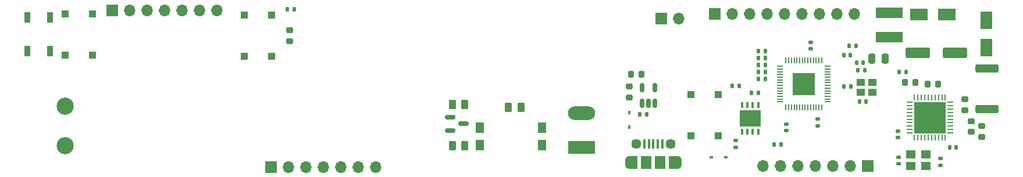
<source format=gbr>
%TF.GenerationSoftware,KiCad,Pcbnew,(6.0.8-1)-1*%
%TF.CreationDate,2022-11-21T09:11:56+01:00*%
%TF.ProjectId,KNXCurrent,4b4e5843-7572-4726-956e-742e6b696361,rev?*%
%TF.SameCoordinates,Original*%
%TF.FileFunction,Soldermask,Top*%
%TF.FilePolarity,Negative*%
%FSLAX46Y46*%
G04 Gerber Fmt 4.6, Leading zero omitted, Abs format (unit mm)*
G04 Created by KiCad (PCBNEW (6.0.8-1)-1) date 2022-11-21 09:11:56*
%MOMM*%
%LPD*%
G01*
G04 APERTURE LIST*
G04 Aperture macros list*
%AMRoundRect*
0 Rectangle with rounded corners*
0 $1 Rounding radius*
0 $2 $3 $4 $5 $6 $7 $8 $9 X,Y pos of 4 corners*
0 Add a 4 corners polygon primitive as box body*
4,1,4,$2,$3,$4,$5,$6,$7,$8,$9,$2,$3,0*
0 Add four circle primitives for the rounded corners*
1,1,$1+$1,$2,$3*
1,1,$1+$1,$4,$5*
1,1,$1+$1,$6,$7*
1,1,$1+$1,$8,$9*
0 Add four rect primitives between the rounded corners*
20,1,$1+$1,$2,$3,$4,$5,0*
20,1,$1+$1,$4,$5,$6,$7,0*
20,1,$1+$1,$6,$7,$8,$9,0*
20,1,$1+$1,$8,$9,$2,$3,0*%
G04 Aperture macros list end*
%ADD10RoundRect,0.225000X-0.250000X0.225000X-0.250000X-0.225000X0.250000X-0.225000X0.250000X0.225000X0*%
%ADD11RoundRect,0.140000X0.140000X0.170000X-0.140000X0.170000X-0.140000X-0.170000X0.140000X-0.170000X0*%
%ADD12RoundRect,0.250000X-0.250000X-0.475000X0.250000X-0.475000X0.250000X0.475000X-0.250000X0.475000X0*%
%ADD13RoundRect,0.250000X1.500000X0.550000X-1.500000X0.550000X-1.500000X-0.550000X1.500000X-0.550000X0*%
%ADD14R,0.900000X1.500000*%
%ADD15O,1.700000X1.700000*%
%ADD16R,1.700000X1.700000*%
%ADD17RoundRect,0.135000X0.135000X0.185000X-0.135000X0.185000X-0.135000X-0.185000X0.135000X-0.185000X0*%
%ADD18RoundRect,0.150000X0.150000X-0.512500X0.150000X0.512500X-0.150000X0.512500X-0.150000X-0.512500X0*%
%ADD19R,1.297940X1.498600*%
%ADD20R,1.400000X1.200000*%
%ADD21R,0.450000X0.600000*%
%ADD22RoundRect,0.150000X-0.587500X-0.150000X0.587500X-0.150000X0.587500X0.150000X-0.587500X0.150000X0*%
%ADD23R,4.000000X1.500000*%
%ADD24RoundRect,0.218750X0.256250X-0.218750X0.256250X0.218750X-0.256250X0.218750X-0.256250X-0.218750X0*%
%ADD25R,1.000000X1.000000*%
%ADD26RoundRect,0.250000X0.262500X0.450000X-0.262500X0.450000X-0.262500X-0.450000X0.262500X-0.450000X0*%
%ADD27RoundRect,0.250000X1.425000X-0.362500X1.425000X0.362500X-1.425000X0.362500X-1.425000X-0.362500X0*%
%ADD28RoundRect,0.140000X-0.170000X0.140000X-0.170000X-0.140000X0.170000X-0.140000X0.170000X0.140000X0*%
%ADD29RoundRect,0.135000X-0.135000X-0.185000X0.135000X-0.185000X0.135000X0.185000X-0.135000X0.185000X0*%
%ADD30RoundRect,0.140000X0.170000X-0.140000X0.170000X0.140000X-0.170000X0.140000X-0.170000X-0.140000X0*%
%ADD31RoundRect,0.225000X0.225000X0.250000X-0.225000X0.250000X-0.225000X-0.250000X0.225000X-0.250000X0*%
%ADD32RoundRect,0.140000X-0.140000X-0.170000X0.140000X-0.170000X0.140000X0.170000X-0.140000X0.170000X0*%
%ADD33C,2.500000*%
%ADD34O,3.960000X1.980000*%
%ADD35R,3.960000X1.980000*%
%ADD36R,3.200000X3.200000*%
%ADD37RoundRect,0.050000X0.387500X-0.050000X0.387500X0.050000X-0.387500X0.050000X-0.387500X-0.050000X0*%
%ADD38RoundRect,0.050000X0.050000X-0.387500X0.050000X0.387500X-0.050000X0.387500X-0.050000X-0.387500X0*%
%ADD39R,3.100000X2.400000*%
%ADD40R,0.350000X0.850000*%
%ADD41RoundRect,0.225000X-0.225000X-0.250000X0.225000X-0.250000X0.225000X0.250000X-0.225000X0.250000X0*%
%ADD42R,4.600000X4.600000*%
%ADD43RoundRect,0.062500X0.062500X0.350000X-0.062500X0.350000X-0.062500X-0.350000X0.062500X-0.350000X0*%
%ADD44RoundRect,0.062500X0.350000X0.062500X-0.350000X0.062500X-0.350000X-0.062500X0.350000X-0.062500X0*%
%ADD45RoundRect,0.225000X0.250000X-0.225000X0.250000X0.225000X-0.250000X0.225000X-0.250000X-0.225000X0*%
%ADD46R,0.600000X0.450000*%
%ADD47RoundRect,0.135000X0.185000X-0.135000X0.185000X0.135000X-0.185000X0.135000X-0.185000X-0.135000X0*%
%ADD48RoundRect,0.250000X-0.262500X-0.450000X0.262500X-0.450000X0.262500X0.450000X-0.262500X0.450000X0*%
%ADD49R,1.800000X2.500000*%
%ADD50R,2.500000X1.800000*%
%ADD51R,1.150000X1.000000*%
%ADD52C,1.450000*%
%ADD53R,1.500000X1.900000*%
%ADD54O,1.200000X1.900000*%
%ADD55R,1.200000X1.900000*%
%ADD56R,0.400000X1.350000*%
G04 APERTURE END LIST*
D10*
%TO.C,C3*%
X215650000Y-112290456D03*
X215650000Y-110740456D03*
%TD*%
D11*
%TO.C,C11*%
X197899200Y-107131458D03*
X198859200Y-107131458D03*
%TD*%
D12*
%TO.C,C101*%
X201598200Y-100886458D03*
X199698200Y-100886458D03*
%TD*%
D11*
%TO.C,C26*%
X179385200Y-104845458D03*
X180345200Y-104845458D03*
%TD*%
D13*
%TO.C,C4*%
X206375200Y-100019458D03*
X211775200Y-100019458D03*
%TD*%
D14*
%TO.C,LED1*%
X80050000Y-99750000D03*
X76750000Y-99750000D03*
X76750000Y-94850000D03*
X80050000Y-94850000D03*
%TD*%
D15*
%TO.C,J8*%
X171590000Y-95015456D03*
D16*
X169050000Y-95015456D03*
%TD*%
D17*
%TO.C,R5*%
X195640000Y-104915456D03*
X196660000Y-104915456D03*
%TD*%
D18*
%TO.C,U4*%
X166194000Y-105121956D03*
X168094000Y-105121956D03*
X168094000Y-107396956D03*
X167144000Y-107396956D03*
X166194000Y-107396956D03*
%TD*%
D19*
%TO.C,U2*%
X142638400Y-113502400D03*
X142638400Y-110962400D03*
X151636740Y-110962400D03*
X151636740Y-113502400D03*
%TD*%
D20*
%TO.C,X1*%
X207561200Y-116539458D03*
X205361200Y-116539458D03*
X205361200Y-114839458D03*
X207561200Y-114839458D03*
%TD*%
D21*
%TO.C,D3*%
X164350000Y-110865456D03*
X164350000Y-108765456D03*
%TD*%
D22*
%TO.C,Q1*%
X140201900Y-110403600D03*
X138326900Y-111353600D03*
X138326900Y-109453600D03*
%TD*%
D23*
%TO.C,L1*%
X202217200Y-94155458D03*
X202217200Y-97755458D03*
%TD*%
D24*
%TO.C,D4*%
X114888200Y-96745615D03*
X114888200Y-98320615D03*
%TD*%
D25*
%TO.C,SW3*%
X177350000Y-106163458D03*
X177350000Y-112163458D03*
X173350000Y-106163458D03*
X173350000Y-112163458D03*
%TD*%
D15*
%TO.C,J5*%
X127415000Y-116693000D03*
X124875000Y-116693000D03*
X122335000Y-116693000D03*
X119795000Y-116693000D03*
X117255000Y-116693000D03*
X114715000Y-116693000D03*
D16*
X112175000Y-116693000D03*
%TD*%
D26*
%TO.C,R6*%
X146786600Y-107965200D03*
X148611600Y-107965200D03*
%TD*%
D17*
%TO.C,R4*%
X196373200Y-99003458D03*
X197393200Y-99003458D03*
%TD*%
D27*
%TO.C,R1*%
X216441200Y-102352956D03*
X216441200Y-108277956D03*
%TD*%
D28*
%TO.C,C12*%
X187231200Y-111421458D03*
X187231200Y-110461458D03*
%TD*%
D11*
%TO.C,C6*%
X211008400Y-113799856D03*
X211968400Y-113799856D03*
%TD*%
D26*
%TO.C,R7*%
X138605900Y-107609600D03*
X140430900Y-107609600D03*
%TD*%
D11*
%TO.C,C24*%
X183195200Y-99765458D03*
X184155200Y-99765458D03*
%TD*%
D29*
%TO.C,R12*%
X183165200Y-103829458D03*
X184185200Y-103829458D03*
%TD*%
D25*
%TO.C,SW1*%
X86211200Y-94407313D03*
X86211200Y-100407313D03*
X82211200Y-94407313D03*
X82211200Y-100407313D03*
%TD*%
D15*
%TO.C,J7*%
X183810000Y-116554458D03*
X186350000Y-116554458D03*
X188890000Y-116554458D03*
X191430000Y-116554458D03*
X193970000Y-116554458D03*
X196510000Y-116554458D03*
D16*
X199050000Y-116554458D03*
%TD*%
D29*
%TO.C,R13*%
X183165200Y-102813458D03*
X184185200Y-102813458D03*
%TD*%
D11*
%TO.C,C23*%
X183195200Y-100781458D03*
X184155200Y-100781458D03*
%TD*%
D30*
%TO.C,C5*%
X203487200Y-111477458D03*
X203487200Y-112437458D03*
%TD*%
D31*
%TO.C,C21*%
X164591000Y-103211456D03*
X166141000Y-103211456D03*
%TD*%
D32*
%TO.C,C25*%
X198430000Y-101515456D03*
X197470000Y-101515456D03*
%TD*%
D10*
%TO.C,C1*%
X214150000Y-111590456D03*
X214150000Y-110040456D03*
%TD*%
D33*
%TO.C,J2*%
X82200000Y-107843000D03*
X82200000Y-113593000D03*
%TD*%
D34*
%TO.C,J3*%
X157400000Y-108858000D03*
D35*
X157400000Y-113858000D03*
%TD*%
D36*
%TO.C,U5*%
X189771200Y-104591458D03*
D37*
X186333700Y-107191458D03*
X186333700Y-106791458D03*
X186333700Y-106391458D03*
X186333700Y-105991458D03*
X186333700Y-105591458D03*
X186333700Y-105191458D03*
X186333700Y-104791458D03*
X186333700Y-104391458D03*
X186333700Y-103991458D03*
X186333700Y-103591458D03*
X186333700Y-103191458D03*
X186333700Y-102791458D03*
X186333700Y-102391458D03*
X186333700Y-101991458D03*
D38*
X187171200Y-101153958D03*
X187571200Y-101153958D03*
X187971200Y-101153958D03*
X188371200Y-101153958D03*
X188771200Y-101153958D03*
X189171200Y-101153958D03*
X189571200Y-101153958D03*
X189971200Y-101153958D03*
X190371200Y-101153958D03*
X190771200Y-101153958D03*
X191171200Y-101153958D03*
X191571200Y-101153958D03*
X191971200Y-101153958D03*
X192371200Y-101153958D03*
D37*
X193208700Y-101991458D03*
X193208700Y-102391458D03*
X193208700Y-102791458D03*
X193208700Y-103191458D03*
X193208700Y-103591458D03*
X193208700Y-103991458D03*
X193208700Y-104391458D03*
X193208700Y-104791458D03*
X193208700Y-105191458D03*
X193208700Y-105591458D03*
X193208700Y-105991458D03*
X193208700Y-106391458D03*
X193208700Y-106791458D03*
X193208700Y-107191458D03*
D38*
X192371200Y-108028958D03*
X191971200Y-108028958D03*
X191571200Y-108028958D03*
X191171200Y-108028958D03*
X190771200Y-108028958D03*
X190371200Y-108028958D03*
X189971200Y-108028958D03*
X189571200Y-108028958D03*
X189171200Y-108028958D03*
X188771200Y-108028958D03*
X188371200Y-108028958D03*
X187971200Y-108028958D03*
X187571200Y-108028958D03*
X187171200Y-108028958D03*
%TD*%
D17*
%TO.C,R8*%
X185440000Y-113415456D03*
X186460000Y-113415456D03*
%TD*%
D39*
%TO.C,IC1*%
X181950000Y-109615456D03*
D40*
X180750000Y-107665456D03*
X181550000Y-107665456D03*
X182350000Y-107665456D03*
X183150000Y-107665456D03*
X183150000Y-111565456D03*
X182350000Y-111565456D03*
X181550000Y-111565456D03*
X180750000Y-111565456D03*
%TD*%
D41*
%TO.C,C41*%
X209342200Y-104591458D03*
X207792200Y-104591458D03*
%TD*%
%TO.C,C10*%
X206026200Y-104369458D03*
X204476200Y-104369458D03*
%TD*%
D17*
%TO.C,R9*%
X114569200Y-93723115D03*
X115589200Y-93723115D03*
%TD*%
D28*
%TO.C,C9*%
X209686200Y-116424458D03*
X209686200Y-115464458D03*
%TD*%
D11*
%TO.C,C18*%
X183195200Y-101797458D03*
X184155200Y-101797458D03*
%TD*%
D42*
%TO.C,U1*%
X208126200Y-109484458D03*
D43*
X210376200Y-112421958D03*
X209876200Y-112421958D03*
X209376200Y-112421958D03*
X208876200Y-112421958D03*
X208376200Y-112421958D03*
X207876200Y-112421958D03*
X207376200Y-112421958D03*
X206876200Y-112421958D03*
X206376200Y-112421958D03*
X205876200Y-112421958D03*
D44*
X205188700Y-111734458D03*
X205188700Y-111234458D03*
X205188700Y-110734458D03*
X205188700Y-110234458D03*
X205188700Y-109734458D03*
X205188700Y-109234458D03*
X205188700Y-108734458D03*
X205188700Y-108234458D03*
X205188700Y-107734458D03*
X205188700Y-107234458D03*
D43*
X205876200Y-106546958D03*
X206376200Y-106546958D03*
X206876200Y-106546958D03*
X207376200Y-106546958D03*
X207876200Y-106546958D03*
X208376200Y-106546958D03*
X208876200Y-106546958D03*
X209376200Y-106546958D03*
X209876200Y-106546958D03*
X210376200Y-106546958D03*
D44*
X211063700Y-107234458D03*
X211063700Y-107734458D03*
X211063700Y-108234458D03*
X211063700Y-108734458D03*
X211063700Y-109234458D03*
X211063700Y-109734458D03*
X211063700Y-110234458D03*
X211063700Y-110734458D03*
X211063700Y-111234458D03*
X211063700Y-111734458D03*
%TD*%
D15*
%TO.C,J1*%
X197160000Y-94400000D03*
X194620000Y-94400000D03*
X192080000Y-94400000D03*
X189540000Y-94400000D03*
X187000000Y-94400000D03*
X184460000Y-94400000D03*
X181920000Y-94400000D03*
X179380000Y-94400000D03*
D16*
X176840000Y-94400000D03*
%TD*%
D25*
%TO.C,SW2*%
X112316200Y-94533115D03*
X112316200Y-100533115D03*
X108316200Y-94533115D03*
X108316200Y-100533115D03*
%TD*%
D29*
%TO.C,R3*%
X166892000Y-109053456D03*
X165872000Y-109053456D03*
%TD*%
D45*
%TO.C,C2*%
X213250000Y-106840456D03*
X213250000Y-108390456D03*
%TD*%
D46*
%TO.C,D6*%
X178400000Y-115315456D03*
X176300000Y-115315456D03*
%TD*%
D32*
%TO.C,C20*%
X183139200Y-105861458D03*
X182179200Y-105861458D03*
%TD*%
D45*
%TO.C,C7*%
X164350000Y-104976456D03*
X164350000Y-106526456D03*
%TD*%
D29*
%TO.C,R2*%
X204691200Y-102809458D03*
X203671200Y-102809458D03*
%TD*%
D11*
%TO.C,C19*%
X195570000Y-100415456D03*
X196530000Y-100415456D03*
%TD*%
D30*
%TO.C,C22*%
X190787200Y-98523458D03*
X190787200Y-99483458D03*
%TD*%
D11*
%TO.C,C17*%
X197673200Y-102559458D03*
X198633200Y-102559458D03*
%TD*%
D47*
%TO.C,R11*%
X179850000Y-112805456D03*
X179850000Y-113825456D03*
%TD*%
D30*
%TO.C,C8*%
X203581200Y-115279458D03*
X203581200Y-116239458D03*
%TD*%
D28*
%TO.C,C13*%
X191803200Y-110687458D03*
X191803200Y-109727458D03*
%TD*%
D48*
%TO.C,R10*%
X140430900Y-113553200D03*
X138605900Y-113553200D03*
%TD*%
D49*
%TO.C,D1*%
X216350000Y-95315456D03*
X216350000Y-99315456D03*
%TD*%
D50*
%TO.C,D2*%
X210567200Y-94431458D03*
X206567200Y-94431458D03*
%TD*%
D51*
%TO.C,X2*%
X198040200Y-104399458D03*
X199790200Y-104399458D03*
X199790200Y-105799458D03*
X198040200Y-105799458D03*
%TD*%
D52*
%TO.C,J4*%
X165350000Y-113352956D03*
D53*
X166850000Y-116052956D03*
D54*
X171350000Y-116052956D03*
D52*
X170350000Y-113352956D03*
D53*
X168850000Y-116052956D03*
D55*
X164950000Y-116052956D03*
D54*
X164350000Y-116052956D03*
D55*
X170750000Y-116052956D03*
D56*
X169150000Y-113352956D03*
X168500000Y-113352956D03*
X167850000Y-113352956D03*
X167200000Y-113352956D03*
X166550000Y-113352956D03*
%TD*%
D15*
%TO.C,J6*%
X104365000Y-93821113D03*
X101825000Y-93821113D03*
X99285000Y-93821113D03*
X96745000Y-93821113D03*
X94205000Y-93821113D03*
X91665000Y-93821113D03*
D16*
X89125000Y-93821113D03*
%TD*%
M02*

</source>
